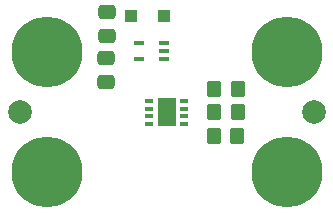
<source format=gbr>
%TF.GenerationSoftware,KiCad,Pcbnew,7.0.7-7.0.7~ubuntu23.04.1*%
%TF.CreationDate,2023-09-23T00:40:23+00:00*%
%TF.ProjectId,TEMPSEN01,54454d50-5345-44e3-9031-2e6b69636164,rev?*%
%TF.SameCoordinates,Original*%
%TF.FileFunction,Soldermask,Top*%
%TF.FilePolarity,Negative*%
%FSLAX46Y46*%
G04 Gerber Fmt 4.6, Leading zero omitted, Abs format (unit mm)*
G04 Created by KiCad (PCBNEW 7.0.7-7.0.7~ubuntu23.04.1) date 2023-09-23 00:40:23*
%MOMM*%
%LPD*%
G01*
G04 APERTURE LIST*
G04 Aperture macros list*
%AMRoundRect*
0 Rectangle with rounded corners*
0 $1 Rounding radius*
0 $2 $3 $4 $5 $6 $7 $8 $9 X,Y pos of 4 corners*
0 Add a 4 corners polygon primitive as box body*
4,1,4,$2,$3,$4,$5,$6,$7,$8,$9,$2,$3,0*
0 Add four circle primitives for the rounded corners*
1,1,$1+$1,$2,$3*
1,1,$1+$1,$4,$5*
1,1,$1+$1,$6,$7*
1,1,$1+$1,$8,$9*
0 Add four rect primitives between the rounded corners*
20,1,$1+$1,$2,$3,$4,$5,0*
20,1,$1+$1,$4,$5,$6,$7,0*
20,1,$1+$1,$6,$7,$8,$9,0*
20,1,$1+$1,$8,$9,$2,$3,0*%
G04 Aperture macros list end*
%ADD10C,2.000000*%
%ADD11C,6.000000*%
%ADD12RoundRect,0.250000X0.475000X-0.337500X0.475000X0.337500X-0.475000X0.337500X-0.475000X-0.337500X0*%
%ADD13R,0.750000X0.350000*%
%ADD14R,1.600000X2.400000*%
%ADD15RoundRect,0.250000X0.350000X0.450000X-0.350000X0.450000X-0.350000X-0.450000X0.350000X-0.450000X0*%
%ADD16RoundRect,0.250000X-0.300000X-0.300000X0.300000X-0.300000X0.300000X0.300000X-0.300000X0.300000X0*%
%ADD17R,0.850000X0.400000*%
%ADD18RoundRect,0.250000X-0.475000X0.337500X-0.475000X-0.337500X0.475000X-0.337500X0.475000X0.337500X0*%
G04 APERTURE END LIST*
D10*
%TO.C,FID2*%
X124206000Y-71120000D03*
%TD*%
D11*
%TO.C,M2*%
X121920000Y-66040000D03*
%TD*%
D12*
%TO.C,C5*%
X106654600Y-68546800D03*
X106654600Y-66471800D03*
%TD*%
D13*
%TO.C,IC1*%
X113260000Y-72095000D03*
X113260000Y-71445000D03*
X113260000Y-70795000D03*
X113260000Y-70145000D03*
X110260000Y-70145000D03*
X110260000Y-70795000D03*
X110260000Y-71445000D03*
X110260000Y-72095000D03*
D14*
X111760000Y-71120000D03*
%TD*%
D10*
%TO.C,FID1*%
X99314000Y-71120000D03*
%TD*%
D15*
%TO.C,R1*%
X117763800Y-69138800D03*
X115763800Y-69138800D03*
%TD*%
D16*
%TO.C,D1*%
X108706000Y-62992000D03*
X111506000Y-62992000D03*
%TD*%
D11*
%TO.C,M3*%
X101600000Y-76200000D03*
%TD*%
D15*
%TO.C,R2*%
X117763800Y-71120000D03*
X115763800Y-71120000D03*
%TD*%
D17*
%TO.C,IC2*%
X111540000Y-66578000D03*
X111540000Y-65928000D03*
X111540000Y-65278000D03*
X109440000Y-65278000D03*
X109440000Y-66578000D03*
%TD*%
D11*
%TO.C,M4*%
X121920000Y-76200000D03*
%TD*%
%TO.C,M1*%
X101600000Y-66040000D03*
%TD*%
D15*
%TO.C,R3*%
X117747800Y-73101200D03*
X115747800Y-73101200D03*
%TD*%
D18*
%TO.C,C4*%
X106680000Y-62593400D03*
X106680000Y-64668400D03*
%TD*%
M02*

</source>
